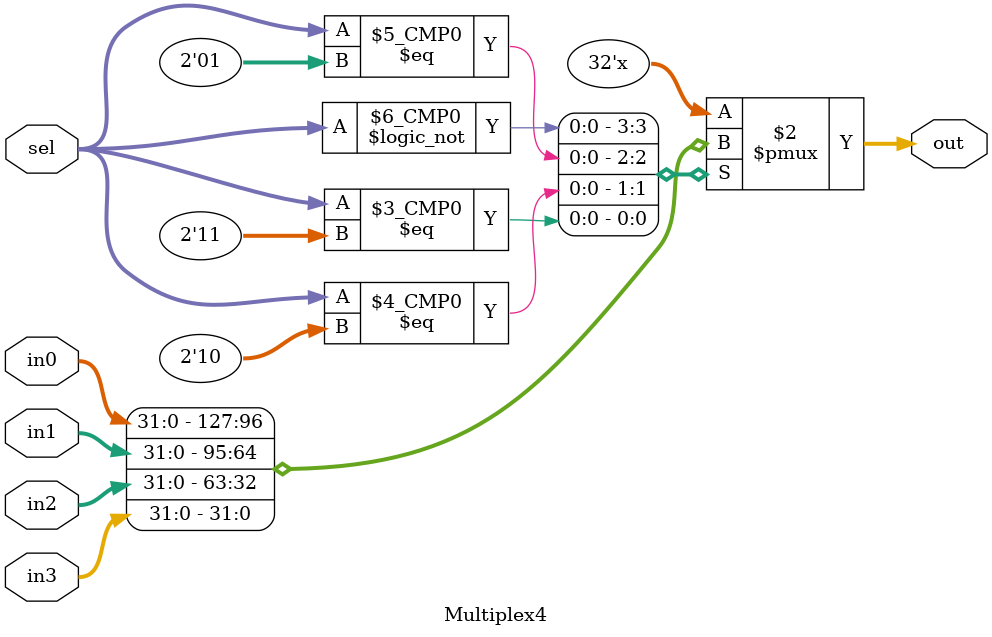
<source format=v>
`timescale 1ns / 1ps

module Multiplex4 #(parameter WIDTH = 32) (
    input       [1:0]           sel, //Selector
    input       [(WIDTH-1):0]   in0, //Output 00
    input       [(WIDTH-1):0]   in1, //Output 01
    input       [(WIDTH-1):0]   in2, //Output 10
    input       [(WIDTH-1):0]   in3, //Output 11
    output reg  [(WIDTH-1):0]   out  //Mux Result
);
    always @ ( * ) begin
        case (sel)
            2'b00: out <= in0;
            2'b01: out <= in1;
            2'b10: out <= in2;
            2'b11: out <= in3;
        endcase
    end

endmodule // Multiplex4

</source>
